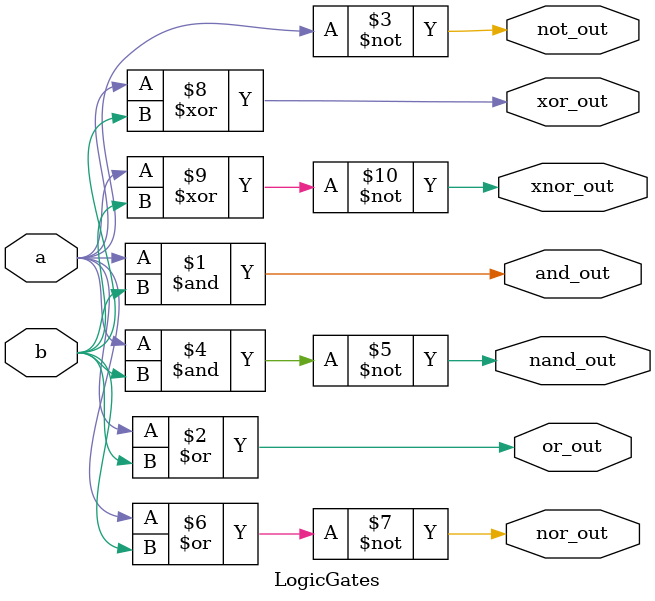
<source format=v>
module LogicGates (
   input wire a,  //Input A
	input wire b,  //Input B
	output wire and_out,
	output wire or_out,
	output wire not_out,  // only on A
	output wire nand_out,
	output wire nor_out,
	output wire xor_out,
	output wire xnor_out
);

   assign and_out = a & b;  //AND gate
	assign or_out = a | b;  //OR gate
	assign not_out = ~a;  //NOT gate (on input A)
	assign nand_out = ~(a & b);  //NAND gate
	assign nor_out = ~(a | b);  //NOR gate
	assign xor_out = a ^ b;  //XOR gate
	assign xnor_out = ~(a ^ b);  //XNOR gate
	
endmodule
	
</source>
